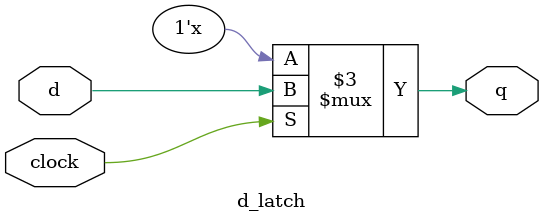
<source format=v>
module d_latch(d, clock, q);
    input d, clock;
    output reg q;
    always@(*)
        begin
            if (clock == 1)
                q <= d;
        end
endmodule

</source>
